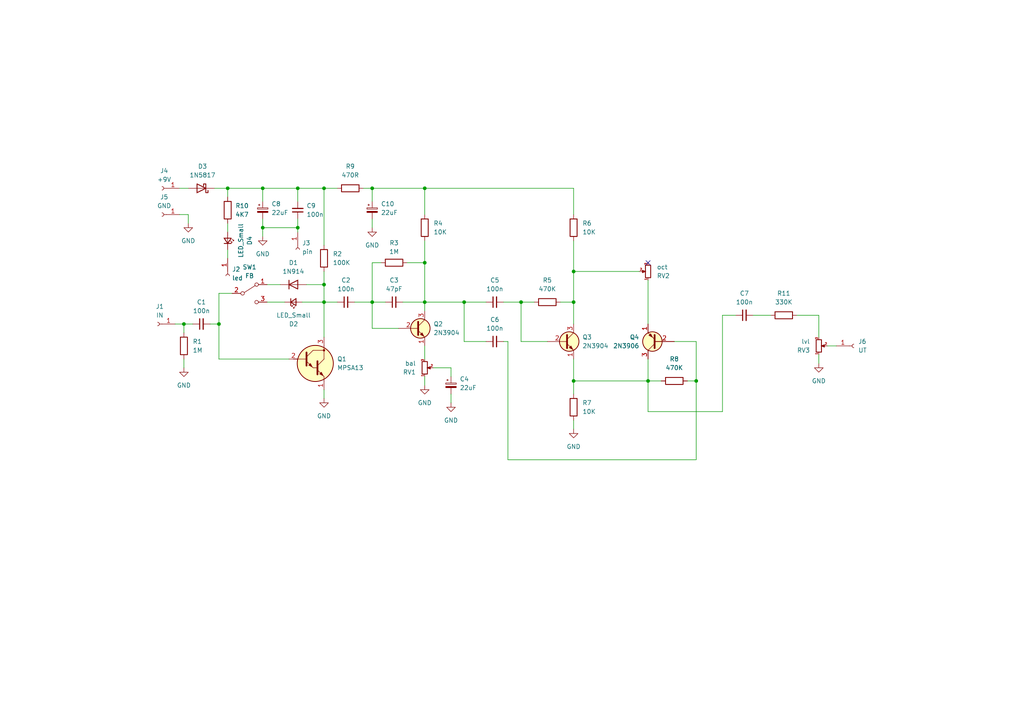
<source format=kicad_sch>
(kicad_sch (version 20230121) (generator eeschema)
  (paper "A4")
  (lib_symbols
    (symbol "Connector:Conn_01x01_Socket" (pin_names (offset 1.016) hide)
      (property "Reference" "J" (at 0 2.54 0))
      (property "Value" "Conn_01x01_Socket" (at 0 -2.54 0))
      (symbol "Conn_01x01_Socket_1_1"
        (polyline (pts (xy -1.27 0) (xy -0.508 0)) (stroke (width 0.1524)))
        (arc (start 0 0.508) (mid -0.5058 0) (end 0 -0.508) (stroke (width 0.1524)))
        (pin passive line (at -5.08 0 0) (length 3.81) (name "Pin_1") (number "1"))
      )
    )
    (symbol "Device:C_Polarized_Small" (pin_numbers hide) (pin_names (offset 0.254) hide)
      (property "Reference" "C" (at 0.254 1.778 0))
      (property "Value" "C_Polarized_Small" (at 0.254 -2.032 0))
      (symbol "C_Polarized_Small_0_1"
        (rectangle (start -1.524 -0.3048) (end 1.524 -0.6858) (fill (type outline)))
        (rectangle (start -1.524 0.6858) (end 1.524 0.3048))
        (polyline (pts (xy -1.27 1.524) (xy -0.762 1.524)))
        (polyline (pts (xy -1.016 1.27) (xy -1.016 1.778)))
      )
      (symbol "C_Polarized_Small_1_1"
        (pin passive line (at 0 2.54 270) (length 1.8542) (name "~") (number "1"))
        (pin passive line (at 0 -2.54 90) (length 1.8542) (name "~") (number "2"))
      )
    )
    (symbol "Device:C_Small" (pin_numbers hide) (pin_names (offset 0.254) hide)
      (property "Reference" "C" (at 0.254 1.778 0))
      (property "Value" "C_Small" (at 0.254 -2.032 0))
      (symbol "C_Small_0_1"
        (polyline (pts (xy -1.524 -0.508) (xy 1.524 -0.508)) (stroke (width 0.3302)))
        (polyline (pts (xy -1.524 0.508) (xy 1.524 0.508)) (stroke (width 0.3048)))
      )
      (symbol "C_Small_1_1"
        (pin passive line (at 0 2.54 270) (length 2.032) (name "~") (number "1"))
        (pin passive line (at 0 -2.54 90) (length 2.032) (name "~") (number "2"))
      )
    )
    (symbol "Device:LED_Small" (pin_numbers hide) (pin_names (offset 0.254) hide)
      (property "Reference" "D" (at -1.27 3.175 0))
      (property "Value" "LED_Small" (at -4.445 -2.54 0))
      (symbol "LED_Small_0_1"
        (polyline (pts (xy -0.762 -1.016) (xy -0.762 1.016)) (stroke (width 0.254)))
        (polyline (pts (xy 1.016 0) (xy -0.762 0)))
        (polyline (pts (xy 0.762 -1.016) (xy -0.762 0) (xy 0.762 1.016) (xy 0.762 -1.016)) (stroke (width 0.254)))
        (polyline (pts (xy 0 0.762) (xy -0.508 1.27) (xy -0.254 1.27) (xy -0.508 1.27) (xy -0.508 1.016)))
        (polyline (pts (xy 0.508 1.27) (xy 0 1.778) (xy 0.254 1.778) (xy 0 1.778) (xy 0 1.524)))
      )
      (symbol "LED_Small_1_1"
        (pin passive line (at -2.54 0 0) (length 1.778) (name "K") (number "1"))
        (pin passive line (at 2.54 0 180) (length 1.778) (name "A") (number "2"))
      )
    )
    (symbol "Device:R_Potentiometer_Small" (pin_names (offset 1.016) hide)
      (property "Reference" "RV" (at -4.445 0 90))
      (property "Value" "R_Potentiometer_Small" (at -2.54 0 90))
      (symbol "R_Potentiometer_Small_0_1"
        (polyline (pts (xy 0.889 0) (xy 0.635 0) (xy 1.651 0.381) (xy 1.651 -0.381) (xy 0.635 0) (xy 0.889 0)) (fill (type outline)))
        (rectangle (start 0.762 1.8034) (end -0.762 -1.8034) (stroke (width 0.254)))
      )
      (symbol "R_Potentiometer_Small_1_1"
        (pin passive line (at 0 2.54 270) (length 0.635) (name "1") (number "1"))
        (pin passive line (at 2.54 0 180) (length 0.9906) (name "2") (number "2"))
        (pin passive line (at 0 -2.54 90) (length 0.635) (name "3") (number "3"))
      )
    )
    (symbol "Diode:1N5817" (pin_numbers hide) (pin_names (offset 1.016) hide)
      (property "Reference" "D" (at 0 2.54 0))
      (property "Value" "1N5817" (at 0 -2.54 0))
      (symbol "1N5817_0_1"
        (polyline (pts (xy 1.27 0) (xy -1.27 0)))
        (polyline (pts (xy 1.27 1.27) (xy 1.27 -1.27) (xy -1.27 0) (xy 1.27 1.27)) (stroke (width 0.254)))
        (polyline (pts (xy -1.905 0.635) (xy -1.905 1.27) (xy -1.27 1.27) (xy -1.27 -1.27) (xy -0.635 -1.27) (xy -0.635 -0.635)) (stroke (width 0.254)))
      )
      (symbol "1N5817_1_1"
        (pin passive line (at -3.81 0 0) (length 2.54) (name "K") (number "1"))
        (pin passive line (at 3.81 0 180) (length 2.54) (name "A") (number "2"))
      )
    )
    (symbol "Diode:1N914" (pin_numbers hide) (pin_names hide)
      (property "Reference" "D" (at 0 2.54 0))
      (property "Value" "1N914" (at 0 -2.54 0))
      (symbol "1N914_0_1"
        (polyline (pts (xy -1.27 1.27) (xy -1.27 -1.27)) (stroke (width 0.254)))
        (polyline (pts (xy 1.27 0) (xy -1.27 0)))
        (polyline (pts (xy 1.27 1.27) (xy 1.27 -1.27) (xy -1.27 0) (xy 1.27 1.27)) (stroke (width 0.254)))
      )
      (symbol "1N914_1_1"
        (pin passive line (at -3.81 0 0) (length 2.54) (name "K") (number "1"))
        (pin passive line (at 3.81 0 180) (length 2.54) (name "A") (number "2"))
      )
    )
    (symbol "PCM_Resistor_AKL:R_DIN0207_P7.62mm" (pin_numbers hide) (pin_names (offset 0))
      (property "Reference" "R" (at 2.54 1.27 0))
      (property "Value" "R_DIN0207_P7.62mm" (at 2.54 -1.27 0))
      (symbol "R_DIN0207_P7.62mm_0_1"
        (rectangle (start -1.016 -2.54) (end 1.016 2.54) (stroke (width 0.254)))
      )
      (symbol "R_DIN0207_P7.62mm_1_1"
        (pin passive line (at 0 3.81 270) (length 1.27) (name "~") (number "1"))
        (pin passive line (at 0 -3.81 90) (length 1.27) (name "~") (number "2"))
      )
    )
    (symbol "PCM_Transistor_BJT_AKL:2N3904" (pin_names hide)
      (property "Reference" "Q" (at 5.08 1.27 0))
      (property "Value" "2N3904" (at 5.08 -1.27 0))
      (symbol "2N3904_0_1"
        (polyline (pts (xy 0.635 0.635) (xy 2.54 2.54)))
        (polyline (pts (xy 0.635 -0.635) (xy 2.54 -2.54) (xy 2.54 -2.54)))
        (polyline (pts (xy 0.635 1.905) (xy 0.635 -1.905) (xy 0.635 -1.905)) (stroke (width 0.508)))
        (polyline (pts (xy 1.27 -1.778) (xy 1.778 -1.27) (xy 2.286 -2.286) (xy 1.27 -1.778) (xy 1.27 -1.778)) (fill (type outline)))
        (circle (center 1.27 0) (radius 2.8194) (stroke (width 0.254)) (fill (type background)))
      )
      (symbol "2N3904_1_1"
        (pin passive line (at 2.54 -5.08 90) (length 2.54) (name "E") (number "1"))
        (pin passive line (at -5.08 0 0) (length 5.715) (name "B") (number "2"))
        (pin passive line (at 2.54 5.08 270) (length 2.54) (name "C") (number "3"))
      )
    )
    (symbol "PCM_Transistor_BJT_AKL:2N3906" (pin_names hide)
      (property "Reference" "Q" (at 5.08 1.27 0))
      (property "Value" "2N3906" (at 5.08 -1.27 0))
      (symbol "2N3906_0_1"
        (polyline (pts (xy 0.635 -0.635) (xy 2.54 -2.54)))
        (polyline (pts (xy 0.635 -1.905) (xy 0.635 1.905) (xy 0.635 1.905)) (stroke (width 0.508)))
        (polyline (pts (xy 0.635 0.635) (xy 2.54 2.54) (xy 2.54 2.54)))
        (polyline (pts (xy 2.286 1.778) (xy 1.778 2.286) (xy 1.27 1.27) (xy 2.286 1.778) (xy 2.286 1.778)) (fill (type outline)))
        (circle (center 1.27 0) (radius 2.8194) (stroke (width 0.254)) (fill (type background)))
      )
      (symbol "2N3906_1_1"
        (pin passive line (at 2.54 5.08 270) (length 2.54) (name "E") (number "1"))
        (pin input line (at -5.08 0 0) (length 5.715) (name "B") (number "2"))
        (pin passive line (at 2.54 -5.08 90) (length 2.54) (name "C") (number "3"))
      )
    )
    (symbol "PCM_Transistor_BJT_Darlington_AKL:MPSA13" (pin_names hide)
      (property "Reference" "Q" (at 6.35 1.27 0))
      (property "Value" "MPSA13" (at 6.35 -1.27 0))
      (symbol "MPSA13_0_1"
        (polyline (pts (xy -6.35 1.27) (xy -2.54 1.27)))
        (polyline (pts (xy -0.635 -1.27) (xy 0.635 -1.27)))
        (polyline (pts (xy 0.635 -0.635) (xy 2.54 1.27)))
        (polyline (pts (xy 2.54 -5.08) (xy 2.54 -3.81)))
        (polyline (pts (xy 2.54 3.81) (xy 2.54 5.08)))
        (polyline (pts (xy -0.635 3.81) (xy 2.54 3.81) (xy 2.54 1.27)))
        (polyline (pts (xy 0.635 -1.905) (xy 2.54 -3.81) (xy 2.54 -3.81)))
        (polyline (pts (xy 0.635 0.635) (xy 0.635 -3.175) (xy 0.635 -3.175)) (stroke (width 0.508)))
        (polyline (pts (xy 1.27 -3.048) (xy 1.778 -2.54) (xy 2.286 -3.556) (xy 1.27 -3.048) (xy 1.27 -3.048)) (fill (type outline)))
        (circle (center 0 0) (radius 5.2324) (stroke (width 0.254)) (fill (type background)))
        (circle (center 2.54 3.81) (radius 0.254) (fill (type outline)))
      )
      (symbol "MPSA13_1_1"
        (polyline (pts (xy -2.54 1.905) (xy -0.635 3.81)))
        (polyline (pts (xy -2.54 0.635) (xy -0.635 -1.27) (xy -0.635 -1.27)))
        (polyline (pts (xy -2.54 3.175) (xy -2.54 -0.635) (xy -2.54 -0.635)) (stroke (width 0.508)))
        (polyline (pts (xy -1.905 -0.508) (xy -1.397 0) (xy -0.889 -1.016) (xy -1.905 -0.508) (xy -1.905 -0.508)) (fill (type outline)))
        (pin passive line (at 2.54 -7.62 90) (length 2.54) (name "E") (number "1"))
        (pin input line (at -7.62 1.27 0) (length 2.54) (name "B") (number "2"))
        (pin passive line (at 2.54 7.62 270) (length 2.54) (name "C") (number "3"))
      )
    )
    (symbol "Switch:SW_SPDT" (pin_names (offset 0) hide)
      (property "Reference" "SW" (at 0 4.318 0))
      (property "Value" "SW_SPDT" (at 0 -5.08 0))
      (symbol "SW_SPDT_0_0"
        (circle (center -2.032 0) (radius 0.508))
        (circle (center 2.032 -2.54) (radius 0.508))
      )
      (symbol "SW_SPDT_0_1"
        (polyline (pts (xy -1.524 0.254) (xy 1.651 2.286)))
        (circle (center 2.032 2.54) (radius 0.508))
      )
      (symbol "SW_SPDT_1_1"
        (pin passive line (at 5.08 2.54 180) (length 2.54) (name "A") (number "1"))
        (pin passive line (at -5.08 0 0) (length 2.54) (name "B") (number "2"))
        (pin passive line (at 5.08 -2.54 180) (length 2.54) (name "C") (number "3"))
      )
    )
    (symbol "power:GND" (power) (pin_names (offset 0))
      (property "Value" "GND" (at 0 -3.81 0))
      (symbol "GND_0_1"
        (polyline (pts (xy 0 0) (xy 0 -1.27) (xy 1.27 -1.27) (xy 0 -2.54) (xy -1.27 -1.27) (xy 0 -1.27)))
      )
      (symbol "GND_1_1"
        (pin power_in line (at 0 0 270) (length 0) hide (name "GND") (number "1"))
      )
    )
  )
  (junction (at 107.95 87.63))
  (junction (at 86.36 66.04))
  (junction (at 123.19 54.61))
  (junction (at 63.5 93.98))
  (junction (at 53.34 93.98))
  (junction (at 123.19 87.63))
  (junction (at 93.98 54.61))
  (junction (at 76.2 66.04))
  (junction (at 107.95 54.61))
  (junction (at 93.98 82.55))
  (junction (at 134.62 87.63))
  (junction (at 166.37 87.63))
  (junction (at 123.19 76.2))
  (junction (at 166.37 78.74))
  (junction (at 93.98 87.63))
  (junction (at 201.93 110.49))
  (junction (at 66.04 54.61))
  (junction (at 166.37 110.49))
  (junction (at 151.13 87.63))
  (junction (at 187.96 110.49))
  (junction (at 86.36 54.61))
  (junction (at 76.2 54.61))
  (no_connect (at 187.96 76.2))
  (wire (pts (xy 76.2 63.5) (xy 76.2 66.04)))
  (wire (pts (xy 86.36 63.5) (xy 86.36 66.04)))
  (wire (pts (xy 83.82 104.14) (xy 63.5 104.14)))
  (wire (pts (xy 158.75 99.06) (xy 151.13 99.06)))
  (wire (pts (xy 54.61 62.23) (xy 54.61 64.77)))
  (wire (pts (xy 218.44 91.44) (xy 223.52 91.44)))
  (wire (pts (xy 62.23 54.61) (xy 66.04 54.61)))
  (wire (pts (xy 86.36 66.04) (xy 86.36 67.31)))
  (wire (pts (xy 107.95 76.2) (xy 107.95 87.63)))
  (wire (pts (xy 93.98 82.55) (xy 93.98 87.63)))
  (wire (pts (xy 66.04 54.61) (xy 76.2 54.61)))
  (wire (pts (xy 201.93 110.49) (xy 199.39 110.49)))
  (wire (pts (xy 201.93 133.35) (xy 201.93 110.49)))
  (wire (pts (xy 123.19 54.61) (xy 166.37 54.61)))
  (wire (pts (xy 187.96 104.14) (xy 187.96 110.49)))
  (wire (pts (xy 191.77 110.49) (xy 187.96 110.49)))
  (wire (pts (xy 76.2 54.61) (xy 76.2 58.42)))
  (wire (pts (xy 110.49 76.2) (xy 107.95 76.2)))
  (wire (pts (xy 166.37 69.85) (xy 166.37 78.74)))
  (wire (pts (xy 123.19 87.63) (xy 134.62 87.63)))
  (wire (pts (xy 93.98 78.74) (xy 93.98 82.55)))
  (wire (pts (xy 187.96 110.49) (xy 166.37 110.49)))
  (wire (pts (xy 93.98 87.63) (xy 97.79 87.63)))
  (wire (pts (xy 107.95 87.63) (xy 111.76 87.63)))
  (wire (pts (xy 123.19 100.33) (xy 123.19 104.14)))
  (wire (pts (xy 147.32 99.06) (xy 147.32 133.35)))
  (wire (pts (xy 134.62 99.06) (xy 134.62 87.63)))
  (wire (pts (xy 166.37 87.63) (xy 166.37 93.98)))
  (wire (pts (xy 63.5 93.98) (xy 63.5 85.09)))
  (wire (pts (xy 123.19 76.2) (xy 123.19 87.63)))
  (wire (pts (xy 86.36 54.61) (xy 86.36 58.42)))
  (wire (pts (xy 107.95 95.25) (xy 115.57 95.25)))
  (wire (pts (xy 195.58 99.06) (xy 201.93 99.06)))
  (wire (pts (xy 88.9 82.55) (xy 93.98 82.55)))
  (wire (pts (xy 93.98 113.03) (xy 93.98 115.57)))
  (wire (pts (xy 53.34 104.14) (xy 53.34 106.68)))
  (wire (pts (xy 134.62 87.63) (xy 140.97 87.63)))
  (wire (pts (xy 166.37 121.92) (xy 166.37 124.46)))
  (wire (pts (xy 147.32 133.35) (xy 201.93 133.35)))
  (wire (pts (xy 240.03 100.33) (xy 242.57 100.33)))
  (wire (pts (xy 237.49 102.87) (xy 237.49 105.41)))
  (wire (pts (xy 105.41 54.61) (xy 107.95 54.61)))
  (wire (pts (xy 151.13 99.06) (xy 151.13 87.63)))
  (wire (pts (xy 93.98 71.12) (xy 93.98 54.61)))
  (wire (pts (xy 50.8 93.98) (xy 53.34 93.98)))
  (wire (pts (xy 213.36 91.44) (xy 209.55 91.44)))
  (wire (pts (xy 52.07 62.23) (xy 54.61 62.23)))
  (wire (pts (xy 77.47 87.63) (xy 82.55 87.63)))
  (wire (pts (xy 76.2 54.61) (xy 86.36 54.61)))
  (wire (pts (xy 123.19 87.63) (xy 123.19 90.17)))
  (wire (pts (xy 130.81 114.3) (xy 130.81 116.84)))
  (wire (pts (xy 66.04 64.77) (xy 66.04 67.31)))
  (wire (pts (xy 140.97 99.06) (xy 134.62 99.06)))
  (wire (pts (xy 209.55 119.38) (xy 187.96 119.38)))
  (wire (pts (xy 107.95 54.61) (xy 123.19 54.61)))
  (wire (pts (xy 166.37 62.23) (xy 166.37 54.61)))
  (wire (pts (xy 66.04 54.61) (xy 66.04 57.15)))
  (wire (pts (xy 66.04 72.39) (xy 66.04 74.93)))
  (wire (pts (xy 123.19 109.22) (xy 123.19 111.76)))
  (wire (pts (xy 86.36 54.61) (xy 93.98 54.61)))
  (wire (pts (xy 187.96 119.38) (xy 187.96 110.49)))
  (wire (pts (xy 209.55 91.44) (xy 209.55 119.38)))
  (wire (pts (xy 76.2 66.04) (xy 76.2 68.58)))
  (wire (pts (xy 116.84 87.63) (xy 123.19 87.63)))
  (wire (pts (xy 231.14 91.44) (xy 237.49 91.44)))
  (wire (pts (xy 52.07 54.61) (xy 54.61 54.61)))
  (wire (pts (xy 107.95 63.5) (xy 107.95 66.04)))
  (wire (pts (xy 93.98 87.63) (xy 93.98 97.79)))
  (wire (pts (xy 123.19 69.85) (xy 123.19 76.2)))
  (wire (pts (xy 107.95 54.61) (xy 107.95 58.42)))
  (wire (pts (xy 166.37 110.49) (xy 166.37 114.3)))
  (wire (pts (xy 166.37 78.74) (xy 185.42 78.74)))
  (wire (pts (xy 237.49 91.44) (xy 237.49 97.79)))
  (wire (pts (xy 146.05 99.06) (xy 147.32 99.06)))
  (wire (pts (xy 86.36 66.04) (xy 76.2 66.04)))
  (wire (pts (xy 118.11 76.2) (xy 123.19 76.2)))
  (wire (pts (xy 201.93 99.06) (xy 201.93 110.49)))
  (wire (pts (xy 151.13 87.63) (xy 154.94 87.63)))
  (wire (pts (xy 107.95 95.25) (xy 107.95 87.63)))
  (wire (pts (xy 130.81 109.22) (xy 130.81 106.68)))
  (wire (pts (xy 60.96 93.98) (xy 63.5 93.98)))
  (wire (pts (xy 123.19 54.61) (xy 123.19 62.23)))
  (wire (pts (xy 53.34 93.98) (xy 55.88 93.98)))
  (wire (pts (xy 162.56 87.63) (xy 166.37 87.63)))
  (wire (pts (xy 102.87 87.63) (xy 107.95 87.63)))
  (wire (pts (xy 166.37 104.14) (xy 166.37 110.49)))
  (wire (pts (xy 63.5 104.14) (xy 63.5 93.98)))
  (wire (pts (xy 146.05 87.63) (xy 151.13 87.63)))
  (wire (pts (xy 63.5 85.09) (xy 67.31 85.09)))
  (wire (pts (xy 166.37 78.74) (xy 166.37 87.63)))
  (wire (pts (xy 187.96 81.28) (xy 187.96 93.98)))
  (wire (pts (xy 77.47 82.55) (xy 81.28 82.55)))
  (wire (pts (xy 87.63 87.63) (xy 93.98 87.63)))
  (wire (pts (xy 53.34 93.98) (xy 53.34 96.52)))
  (wire (pts (xy 130.81 106.68) (xy 125.73 106.68)))
  (wire (pts (xy 93.98 54.61) (xy 97.79 54.61)))
  (symbol (lib_id "power:GND") (at 123.19 111.76 0) (unit 1)
    (property "Reference" "#PWR03" (effects hide))
    (property "Value" "GND" (at 123.19 116.84 0))
  )
  (symbol (lib_id "PCM_Resistor_AKL:R_DIN0207_P7.62mm") (at 166.37 118.11 0) (unit 1)
    (property "Reference" "R7" (at 168.91 116.84 0) (effects (justify left)))
    (property "Value" "10K" (at 168.91 119.38 0) (effects (justify left)))
    (property "Footprint" "Resistor_THT_AKL:R_Axial_DIN0207_L6.3mm_D2.5mm_P7.62mm_Horizontal" (effects hide))
  )
  (symbol (lib_id "Device:R_Potentiometer_Small") (at 123.19 106.68 0) (mirror x) (unit 1)
    (property "Reference" "RV1" (at 120.65 107.95 0) (effects (justify right)))
    (property "Value" "bal" (at 120.65 105.41 0) (effects (justify right)))
    (property "Footprint" "Connector_Wire:SolderWire-0.5sqmm_1x03_P4.6mm_D0.9mm_OD2.1mm" (effects hide))
  )
  (symbol (lib_id "Device:LED_Small") (at 85.09 87.63 0) (mirror x) (unit 1)
    (property "Reference" "D2" (at 85.1535 93.98 0))
    (property "Value" "LED_Small" (at 85.1535 91.44 0))
    (property "Footprint" "Connector_Wire:SolderWire-0.5sqmm_1x02_P4.6mm_D0.9mm_OD2.1mm" (effects hide))
  )
  (symbol (lib_id "Device:R_Potentiometer_Small") (at 237.49 100.33 0) (mirror x) (unit 1)
    (property "Reference" "RV3" (at 234.95 101.6 0) (effects (justify right)))
    (property "Value" "lvl" (at 234.95 99.06 0) (effects (justify right)))
    (property "Footprint" "Connector_Wire:SolderWire-0.5sqmm_1x03_P4.6mm_D0.9mm_OD2.1mm" (effects hide))
  )
  (symbol (lib_id "Device:C_Small") (at 86.36 60.96 180) (unit 1)
    (property "Reference" "C9" (at 88.9 59.6836 0) (effects (justify right)))
    (property "Value" "100n" (at 88.9 62.2236 0) (effects (justify right)))
    (property "Footprint" "PCM_Capacitor_THT_AKL:C_Rect_L7.2mm_W2.5mm_P5.00mm_FKS2_FKP2_MKS2_MKP2" (effects hide))
    (property "Datasheet" "https://www.electrokit.com/produkt/poly-100nf-63v-5mm/" (effects hide))
  )
  (symbol (lib_id "power:GND") (at 54.61 64.77 0) (unit 1)
    (property "Reference" "#PWR08" (effects hide))
    (property "Value" "GND" (at 54.61 69.85 0))
  )
  (symbol (lib_id "power:GND") (at 166.37 124.46 0) (unit 1)
    (property "Reference" "#PWR05" (effects hide))
    (property "Value" "GND" (at 166.37 129.54 0))
  )
  (symbol (lib_id "Diode:1N5817") (at 58.42 54.61 180) (unit 1)
    (property "Reference" "D3" (at 58.7375 48.26 0))
    (property "Value" "1N5817" (at 58.7375 50.8 0))
    (property "Footprint" "Diode_THT:D_DO-41_SOD81_P10.16mm_Horizontal" (effects hide))
    (property "Datasheet" "http://www.vishay.com/docs/88525/1n5817.pdf" (effects hide))
  )
  (symbol (lib_id "PCM_Transistor_BJT_AKL:2N3904") (at 163.83 99.06 0) (unit 1)
    (property "Reference" "Q3" (at 168.91 97.79 0) (effects (justify left)))
    (property "Value" "2N3904" (at 168.91 100.33 0) (effects (justify left)))
    (property "Footprint" "Package_TO_SOT_THT_AKL:TO-92_Inline_Wide_EBC" (effects hide))
    (property "Datasheet" "https://www.tme.eu/Document/12bff749841e3a356e683e9a8e7e4119/2N3904BU-DTE.pdf" (effects hide))
  )
  (symbol (lib_id "Device:C_Small") (at 58.42 93.98 90) (unit 1)
    (property "Reference" "C1" (at 58.4263 87.63 90))
    (property "Value" "100n" (at 58.4263 90.17 90))
    (property "Footprint" "PCM_Capacitor_THT_AKL:C_Rect_L7.2mm_W2.5mm_P5.00mm_FKS2_FKP2_MKS2_MKP2" (effects hide))
    (property "Datasheet" "https://www.electrokit.com/produkt/poly-100nf-63v-5mm/" (effects hide))
  )
  (symbol (lib_id "power:GND") (at 237.49 105.41 0) (unit 1)
    (property "Reference" "#PWR09" (effects hide))
    (property "Value" "GND" (at 237.49 110.49 0))
  )
  (symbol (lib_id "PCM_Resistor_AKL:R_DIN0207_P7.62mm") (at 53.34 100.33 0) (unit 1)
    (property "Reference" "R1" (at 55.88 99.06 0) (effects (justify left)))
    (property "Value" "1M" (at 55.88 101.6 0) (effects (justify left)))
    (property "Footprint" "Resistor_THT_AKL:R_Axial_DIN0207_L6.3mm_D2.5mm_P7.62mm_Horizontal" (effects hide))
  )
  (symbol (lib_id "Device:R_Potentiometer_Small") (at 187.96 78.74 180) (unit 1)
    (property "Reference" "RV2" (at 190.5 80.01 0) (effects (justify right)))
    (property "Value" "oct" (at 190.5 77.47 0) (effects (justify right)))
    (property "Footprint" "Connector_Wire:SolderWire-0.5sqmm_1x03_P4.6mm_D0.9mm_OD2.1mm" (effects hide))
  )
  (symbol (lib_id "Device:LED_Small") (at 66.04 69.85 270) (mirror x) (unit 1)
    (property "Reference" "D4" (at 72.39 69.7865 0))
    (property "Value" "LED_Small" (at 69.85 69.7865 0))
    (property "Footprint" "Connector_Wire:SolderWire-0.5sqmm_1x02_P4.6mm_D0.9mm_OD2.1mm" (effects hide))
  )
  (symbol (lib_id "Device:C_Small") (at 100.33 87.63 90) (unit 1)
    (property "Reference" "C2" (at 100.3363 81.28 90))
    (property "Value" "100n" (at 100.3363 83.82 90))
    (property "Footprint" "PCM_Capacitor_THT_AKL:C_Rect_L7.2mm_W2.5mm_P5.00mm_FKS2_FKP2_MKS2_MKP2" (effects hide))
    (property "Datasheet" "https://www.electrokit.com/produkt/poly-100nf-63v-5mm/" (effects hide))
  )
  (symbol (lib_id "Device:C_Polarized_Small") (at 76.2 60.96 0) (unit 1)
    (property "Reference" "C8" (at 78.74 59.1439 0) (effects (justify left)))
    (property "Value" "22uF" (at 78.74 61.6839 0) (effects (justify left)))
    (property "Footprint" "PCM_Capacitor_THT_AKL:CP_Radial_D5.0mm_P2.00mm" (effects hide))
    (property "Datasheet" "https://www.electrokit.com/produkt/el-lyt-22uf-50v-85c-o5x11mm/" (effects hide))
  )
  (symbol (lib_id "PCM_Resistor_AKL:R_DIN0207_P7.62mm") (at 101.6 54.61 90) (unit 1)
    (property "Reference" "R9" (at 101.6 48.26 90))
    (property "Value" "470R" (at 101.6 50.8 90))
    (property "Footprint" "Resistor_THT_AKL:R_Axial_DIN0207_L6.3mm_D2.5mm_P7.62mm_Horizontal" (effects hide))
  )
  (symbol (lib_id "PCM_Transistor_BJT_AKL:2N3904") (at 120.65 95.25 0) (unit 1)
    (property "Reference" "Q2" (at 125.73 93.98 0) (effects (justify left)))
    (property "Value" "2N3904" (at 125.73 96.52 0) (effects (justify left)))
    (property "Footprint" "Package_TO_SOT_THT_AKL:TO-92_Inline_Wide_EBC" (effects hide))
    (property "Datasheet" "https://www.tme.eu/Document/12bff749841e3a356e683e9a8e7e4119/2N3904BU-DTE.pdf" (effects hide))
  )
  (symbol (lib_id "power:GND") (at 130.81 116.84 0) (unit 1)
    (property "Reference" "#PWR04" (effects hide))
    (property "Value" "GND" (at 130.81 121.92 0))
  )
  (symbol (lib_id "Connector:Conn_01x01_Socket") (at 247.65 100.33 0) (unit 1)
    (property "Reference" "J6" (at 248.92 99.06 0) (effects (justify left)))
    (property "Value" "UT" (at 248.92 101.6 0) (effects (justify left)))
    (property "Footprint" "Connector_Wire:SolderWire-0.5sqmm_1x01_D0.9mm_OD2.1mm" (effects hide))
  )
  (symbol (lib_id "power:GND") (at 76.2 68.58 0) (unit 1)
    (property "Reference" "#PWR06" (effects hide))
    (property "Value" "GND" (at 76.2 73.66 0))
  )
  (symbol (lib_id "Switch:SW_SPDT") (at 72.39 85.09 0) (unit 1)
    (property "Reference" "SW1" (at 72.39 77.47 0))
    (property "Value" "FB" (at 72.39 80.01 0))
    (property "Footprint" "Connector_Wire:SolderWire-0.5sqmm_1x03_P4.6mm_D0.9mm_OD2.1mm" (effects hide))
  )
  (symbol (lib_id "Connector:Conn_01x01_Socket") (at 86.36 72.39 270) (unit 1)
    (property "Reference" "J3" (at 87.63 70.485 90) (effects (justify left)))
    (property "Value" "pin" (at 87.63 73.025 90) (effects (justify left)))
    (property "Footprint" "Connector_Wire:SolderWire-0.5sqmm_1x01_D0.9mm_OD2.1mm" (effects hide))
  )
  (symbol (lib_id "PCM_Resistor_AKL:R_DIN0207_P7.62mm") (at 158.75 87.63 270) (unit 1)
    (property "Reference" "R5" (at 158.75 81.28 90))
    (property "Value" "470K" (at 158.75 83.82 90))
    (property "Footprint" "Resistor_THT_AKL:R_Axial_DIN0207_L6.3mm_D2.5mm_P7.62mm_Horizontal" (effects hide))
  )
  (symbol (lib_id "Connector:Conn_01x01_Socket") (at 46.99 54.61 180) (unit 1)
    (property "Reference" "J4" (at 47.625 49.53 0))
    (property "Value" "+9V" (at 47.625 52.07 0))
    (property "Footprint" "Connector_Wire:SolderWire-0.5sqmm_1x01_D0.9mm_OD2.1mm" (effects hide))
  )
  (symbol (lib_id "PCM_Resistor_AKL:R_DIN0207_P7.62mm") (at 166.37 66.04 0) (unit 1)
    (property "Reference" "R6" (at 168.91 64.77 0) (effects (justify left)))
    (property "Value" "10K" (at 168.91 67.31 0) (effects (justify left)))
    (property "Footprint" "Resistor_THT_AKL:R_Axial_DIN0207_L6.3mm_D2.5mm_P7.62mm_Horizontal" (effects hide))
  )
  (symbol (lib_id "PCM_Resistor_AKL:R_DIN0207_P7.62mm") (at 195.58 110.49 90) (unit 1)
    (property "Reference" "R8" (at 195.58 104.14 90))
    (property "Value" "470K" (at 195.58 106.68 90))
    (property "Footprint" "Resistor_THT_AKL:R_Axial_DIN0207_L6.3mm_D2.5mm_P7.62mm_Horizontal" (effects hide))
  )
  (symbol (lib_id "PCM_Resistor_AKL:R_DIN0207_P7.62mm") (at 93.98 74.93 0) (unit 1)
    (property "Reference" "R2" (at 96.52 73.66 0) (effects (justify left)))
    (property "Value" "100K" (at 96.52 76.2 0) (effects (justify left)))
    (property "Footprint" "Resistor_THT_AKL:R_Axial_DIN0207_L6.3mm_D2.5mm_P7.62mm_Horizontal" (effects hide))
  )
  (symbol (lib_id "Device:C_Small") (at 143.51 87.63 90) (unit 1)
    (property "Reference" "C5" (at 143.5163 81.28 90))
    (property "Value" "100n" (at 143.5163 83.82 90))
    (property "Footprint" "PCM_Capacitor_THT_AKL:C_Rect_L7.2mm_W2.5mm_P5.00mm_FKS2_FKP2_MKS2_MKP2" (effects hide))
    (property "Datasheet" "https://www.electrokit.com/produkt/poly-100nf-63v-5mm/" (effects hide))
  )
  (symbol (lib_id "Connector:Conn_01x01_Socket") (at 66.04 80.01 270) (unit 1)
    (property "Reference" "J2" (at 67.31 78.105 90) (effects (justify left)))
    (property "Value" "led" (at 67.31 80.645 90) (effects (justify left)))
    (property "Footprint" "Connector_Wire:SolderWire-0.5sqmm_1x01_D0.9mm_OD2.1mm" (effects hide))
  )
  (symbol (lib_id "Device:C_Small") (at 215.9 91.44 90) (unit 1)
    (property "Reference" "C7" (at 215.9063 85.09 90))
    (property "Value" "100n" (at 215.9063 87.63 90))
    (property "Footprint" "PCM_Capacitor_THT_AKL:C_Rect_L7.2mm_W2.5mm_P5.00mm_FKS2_FKP2_MKS2_MKP2" (effects hide))
    (property "Datasheet" "https://www.electrokit.com/produkt/poly-100nf-63v-5mm/" (effects hide))
  )
  (symbol (lib_id "PCM_Transistor_BJT_AKL:2N3906") (at 190.5 99.06 0) (mirror y) (unit 1)
    (property "Reference" "Q4" (at 185.42 97.79 0) (effects (justify left)))
    (property "Value" "2N3906" (at 185.42 100.33 0) (effects (justify left)))
    (property "Footprint" "Package_TO_SOT_THT_AKL:TO-92_Inline_Wide_EBC" (effects hide))
    (property "Datasheet" "https://www.tme.eu/Document/1d69ece8147fa5a64114d103f531c790/2N3906BU.pdf" (effects hide))
  )
  (symbol (lib_id "Device:C_Small") (at 143.51 99.06 90) (unit 1)
    (property "Reference" "C6" (at 143.5163 92.71 90))
    (property "Value" "100n" (at 143.5163 95.25 90))
    (property "Footprint" "PCM_Capacitor_THT_AKL:C_Rect_L7.2mm_W2.5mm_P5.00mm_FKS2_FKP2_MKS2_MKP2" (effects hide))
    (property "Datasheet" "https://www.electrokit.com/produkt/poly-100nf-63v-5mm/" (effects hide))
  )
  (symbol (lib_id "Device:C_Polarized_Small") (at 130.81 111.76 0) (unit 1)
    (property "Reference" "C4" (at 133.35 109.9439 0) (effects (justify left)))
    (property "Value" "22uF" (at 133.35 112.4839 0) (effects (justify left)))
    (property "Footprint" "PCM_Capacitor_THT_AKL:CP_Radial_D5.0mm_P2.00mm" (effects hide))
    (property "Datasheet" "https://www.electrokit.com/produkt/el-lyt-22uf-50v-85c-o5x11mm/" (effects hide))
  )
  (symbol (lib_id "power:GND") (at 107.95 66.04 0) (unit 1)
    (property "Reference" "#PWR07" (effects hide))
    (property "Value" "GND" (at 107.95 71.12 0))
  )
  (symbol (lib_id "PCM_Resistor_AKL:R_DIN0207_P7.62mm") (at 227.33 91.44 90) (unit 1)
    (property "Reference" "R11" (at 227.33 85.09 90))
    (property "Value" "330K" (at 227.33 87.63 90))
    (property "Footprint" "Resistor_THT_AKL:R_Axial_DIN0207_L6.3mm_D2.5mm_P7.62mm_Horizontal" (effects hide))
  )
  (symbol (lib_id "Diode:1N914") (at 85.09 82.55 0) (unit 1)
    (property "Reference" "D1" (at 85.09 76.2 0))
    (property "Value" "1N914" (at 85.09 78.74 0))
    (property "Footprint" "Diode_THT:D_DO-35_SOD27_P7.62mm_Horizontal" (effects hide))
    (property "Datasheet" "http://www.vishay.com/docs/85622/1n914.pdf" (effects hide))
    (property "Sim.Device" "D" (effects hide))
    (property "Sim.Pins" "1=K 2=A" (effects hide))
  )
  (symbol (lib_id "PCM_Resistor_AKL:R_DIN0207_P7.62mm") (at 123.19 66.04 180) (unit 1)
    (property "Reference" "R4" (at 125.73 64.77 0) (effects (justify right)))
    (property "Value" "10K" (at 125.73 67.31 0) (effects (justify right)))
    (property "Footprint" "Resistor_THT_AKL:R_Axial_DIN0207_L6.3mm_D2.5mm_P7.62mm_Horizontal" (effects hide))
  )
  (symbol (lib_id "power:GND") (at 93.98 115.57 0) (unit 1)
    (property "Reference" "#PWR02" (effects hide))
    (property "Value" "GND" (at 93.98 120.65 0))
  )
  (symbol (lib_id "PCM_Transistor_BJT_Darlington_AKL:MPSA13") (at 91.44 105.41 0) (unit 1)
    (property "Reference" "Q1" (at 97.79 104.14 0) (effects (justify left)))
    (property "Value" "MPSA13" (at 97.79 106.68 0) (effects (justify left)))
    (property "Footprint" "Package_TO_SOT_THT_AKL:TO-92_Inline_Wide_EBC" (effects hide))
    (property "Datasheet" "https://www.onsemi.com/pdf/datasheet/mpsa13-d.pdf" (effects hide))
  )
  (symbol (lib_id "Connector:Conn_01x01_Socket") (at 45.72 93.98 180) (unit 1)
    (property "Reference" "J1" (at 46.355 88.9 0))
    (property "Value" "IN" (at 46.355 91.44 0))
    (property "Footprint" "Connector_Wire:SolderWire-0.5sqmm_1x01_D0.9mm_OD2.1mm" (effects hide))
  )
  (symbol (lib_id "Device:C_Polarized_Small") (at 107.95 60.96 0) (unit 1)
    (property "Reference" "C10" (at 110.49 59.1439 0) (effects (justify left)))
    (property "Value" "22uF" (at 110.49 61.6839 0) (effects (justify left)))
    (property "Footprint" "PCM_Capacitor_THT_AKL:CP_Radial_D5.0mm_P2.00mm" (effects hide))
    (property "Datasheet" "https://www.electrokit.com/produkt/el-lyt-22uf-50v-85c-o5x11mm/" (effects hide))
  )
  (symbol (lib_id "PCM_Resistor_AKL:R_DIN0207_P7.62mm") (at 66.04 60.96 180) (unit 1)
    (property "Reference" "R10" (at 68.2578 59.69 0) (effects (justify right)))
    (property "Value" "4K7" (at 68.2578 62.23 0) (effects (justify right)))
    (property "Footprint" "Resistor_THT_AKL:R_Axial_DIN0207_L6.3mm_D2.5mm_P7.62mm_Horizontal" (effects hide))
  )
  (symbol (lib_id "power:GND") (at 53.34 106.68 0) (unit 1)
    (property "Reference" "#PWR01" (effects hide))
    (property "Value" "GND" (at 53.34 111.76 0))
  )
  (symbol (lib_id "Connector:Conn_01x01_Socket") (at 46.99 62.23 180) (unit 1)
    (property "Reference" "J5" (at 47.625 57.15 0))
    (property "Value" "GND" (at 47.625 59.69 0))
    (property "Footprint" "Connector_Wire:SolderWire-0.5sqmm_1x01_D0.9mm_OD2.1mm" (effects hide))
  )
  (symbol (lib_id "Device:C_Small") (at 114.3 87.63 90) (unit 1)
    (property "Reference" "C3" (at 114.3063 81.28 90))
    (property "Value" "47pF" (at 114.3063 83.82 90))
    (property "Footprint" "PCM_Capacitor_THT_AKL:C_Disc_D3.0mm_W1.6mm_P2.50mm" (effects hide))
    (property "Datasheet" "https://www.electrokit.com/produkt/keramisk-mlcc-47pf-50v-np0-2-54mm/" (effects hide))
  )
  (symbol (lib_id "PCM_Resistor_AKL:R_DIN0207_P7.62mm") (at 114.3 76.2 90) (unit 1)
    (property "Reference" "R3" (at 114.3 70.4611 90))
    (property "Value" "1M" (at 114.3 73.0011 90))
    (property "Footprint" "Resistor_THT_AKL:R_Axial_DIN0207_L6.3mm_D2.5mm_P7.62mm_Horizontal" (effects hide))
  )
)
</source>
